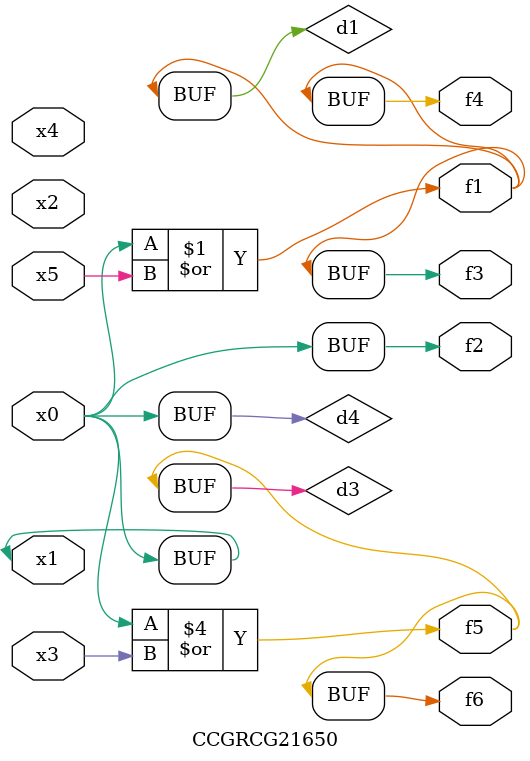
<source format=v>
module CCGRCG21650(
	input x0, x1, x2, x3, x4, x5,
	output f1, f2, f3, f4, f5, f6
);

	wire d1, d2, d3, d4;

	or (d1, x0, x5);
	xnor (d2, x1, x4);
	or (d3, x0, x3);
	buf (d4, x0, x1);
	assign f1 = d1;
	assign f2 = d4;
	assign f3 = d1;
	assign f4 = d1;
	assign f5 = d3;
	assign f6 = d3;
endmodule

</source>
